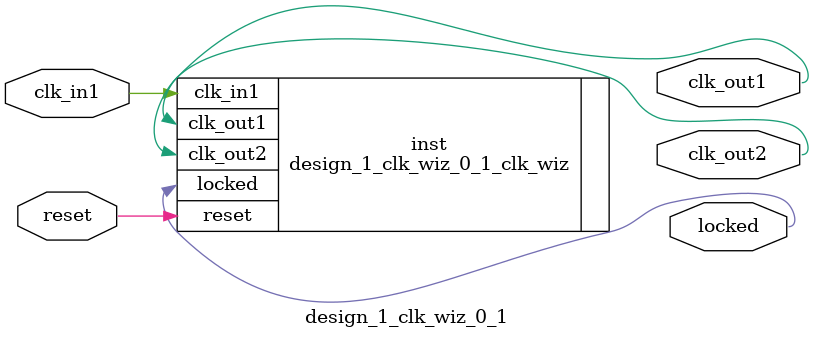
<source format=v>


`timescale 1ps/1ps

(* CORE_GENERATION_INFO = "design_1_clk_wiz_0_1,clk_wiz_v6_0_3_0_0,{component_name=design_1_clk_wiz_0_1,use_phase_alignment=true,use_min_o_jitter=false,use_max_i_jitter=false,use_dyn_phase_shift=false,use_inclk_switchover=false,use_dyn_reconfig=false,enable_axi=0,feedback_source=FDBK_AUTO,PRIMITIVE=MMCM,num_out_clk=2,clkin1_period=10.000,clkin2_period=10.000,use_power_down=false,use_reset=true,use_locked=true,use_inclk_stopped=false,feedback_type=SINGLE,CLOCK_MGR_TYPE=NA,manual_override=false}" *)

module design_1_clk_wiz_0_1 
 (
  // Clock out ports
  output        clk_out1,
  output        clk_out2,
  // Status and control signals
  input         reset,
  output        locked,
 // Clock in ports
  input         clk_in1
 );

  design_1_clk_wiz_0_1_clk_wiz inst
  (
  // Clock out ports  
  .clk_out1(clk_out1),
  .clk_out2(clk_out2),
  // Status and control signals               
  .reset(reset), 
  .locked(locked),
 // Clock in ports
  .clk_in1(clk_in1)
  );

endmodule

</source>
